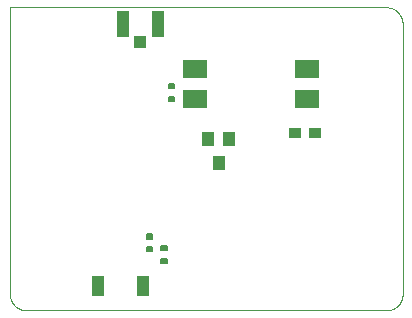
<source format=gbp>
G75*
%MOIN*%
%OFA0B0*%
%FSLAX25Y25*%
%IPPOS*%
%LPD*%
%AMOC8*
5,1,8,0,0,1.08239X$1,22.5*
%
%ADD10C,0.00100*%
%ADD11R,0.07874X0.06299*%
%ADD12R,0.04000X0.03800*%
%ADD13C,0.00591*%
%ADD14R,0.04000X0.04500*%
%ADD15C,0.00661*%
%ADD16R,0.04134X0.08661*%
%ADD17R,0.03937X0.04134*%
%ADD18R,0.03937X0.06693*%
D10*
X0090095Y0095933D02*
X0210345Y0095933D01*
X0210490Y0095939D01*
X0210636Y0095948D01*
X0210781Y0095961D01*
X0210925Y0095978D01*
X0211069Y0096000D01*
X0211213Y0096024D01*
X0211356Y0096053D01*
X0211497Y0096086D01*
X0211638Y0096122D01*
X0211778Y0096163D01*
X0211917Y0096207D01*
X0212055Y0096255D01*
X0212191Y0096306D01*
X0212325Y0096361D01*
X0212459Y0096420D01*
X0212590Y0096483D01*
X0212720Y0096549D01*
X0212848Y0096618D01*
X0212974Y0096691D01*
X0213098Y0096767D01*
X0213220Y0096847D01*
X0213340Y0096930D01*
X0213457Y0097016D01*
X0213572Y0097105D01*
X0213685Y0097197D01*
X0213795Y0097293D01*
X0213902Y0097391D01*
X0214007Y0097492D01*
X0214109Y0097596D01*
X0214208Y0097703D01*
X0214304Y0097812D01*
X0214397Y0097924D01*
X0214487Y0098038D01*
X0214574Y0098155D01*
X0214658Y0098274D01*
X0214739Y0098395D01*
X0214816Y0098519D01*
X0214890Y0098644D01*
X0214960Y0098772D01*
X0215027Y0098901D01*
X0215090Y0099032D01*
X0215150Y0099165D01*
X0215207Y0099299D01*
X0215259Y0099435D01*
X0215308Y0099572D01*
X0215353Y0099710D01*
X0215394Y0099850D01*
X0215432Y0099991D01*
X0215466Y0100132D01*
X0215496Y0100275D01*
X0215522Y0100418D01*
X0215544Y0100562D01*
X0215562Y0100706D01*
X0215577Y0100851D01*
X0215587Y0100996D01*
X0215593Y0101142D01*
X0215596Y0101287D01*
X0215595Y0101433D01*
X0215595Y0191433D01*
X0215596Y0191434D02*
X0215592Y0191582D01*
X0215584Y0191729D01*
X0215573Y0191877D01*
X0215557Y0192024D01*
X0215538Y0192171D01*
X0215515Y0192318D01*
X0215488Y0192463D01*
X0215457Y0192608D01*
X0215422Y0192752D01*
X0215383Y0192895D01*
X0215341Y0193037D01*
X0215295Y0193177D01*
X0215245Y0193317D01*
X0215191Y0193455D01*
X0215134Y0193591D01*
X0215073Y0193726D01*
X0215008Y0193860D01*
X0214940Y0193991D01*
X0214869Y0194121D01*
X0214794Y0194249D01*
X0214715Y0194375D01*
X0214634Y0194498D01*
X0214549Y0194619D01*
X0214461Y0194739D01*
X0214370Y0194855D01*
X0214275Y0194969D01*
X0214178Y0195081D01*
X0214078Y0195190D01*
X0213975Y0195296D01*
X0213869Y0195400D01*
X0213760Y0195501D01*
X0213649Y0195598D01*
X0213535Y0195693D01*
X0213419Y0195785D01*
X0213300Y0195873D01*
X0213179Y0195959D01*
X0213056Y0196041D01*
X0212931Y0196120D01*
X0212803Y0196195D01*
X0212674Y0196267D01*
X0212542Y0196336D01*
X0212409Y0196401D01*
X0212275Y0196462D01*
X0212138Y0196520D01*
X0212000Y0196574D01*
X0211861Y0196625D01*
X0211721Y0196672D01*
X0211579Y0196715D01*
X0211436Y0196754D01*
X0211292Y0196790D01*
X0211148Y0196821D01*
X0211002Y0196849D01*
X0210856Y0196873D01*
X0210709Y0196893D01*
X0210562Y0196909D01*
X0210415Y0196921D01*
X0210267Y0196929D01*
X0210119Y0196933D01*
X0209970Y0196934D01*
X0209970Y0196933D02*
X0084720Y0196933D01*
X0084720Y0101183D01*
X0084724Y0101040D01*
X0084732Y0100896D01*
X0084743Y0100753D01*
X0084758Y0100609D01*
X0084777Y0100467D01*
X0084800Y0100325D01*
X0084827Y0100183D01*
X0084858Y0100043D01*
X0084892Y0099903D01*
X0084931Y0099764D01*
X0084973Y0099627D01*
X0085018Y0099490D01*
X0085068Y0099355D01*
X0085121Y0099222D01*
X0085177Y0099089D01*
X0085238Y0098959D01*
X0085301Y0098830D01*
X0085369Y0098702D01*
X0085439Y0098577D01*
X0085513Y0098453D01*
X0085590Y0098332D01*
X0085671Y0098213D01*
X0085755Y0098096D01*
X0085841Y0097981D01*
X0085931Y0097869D01*
X0086024Y0097759D01*
X0086120Y0097652D01*
X0086219Y0097547D01*
X0086321Y0097445D01*
X0086425Y0097346D01*
X0086532Y0097250D01*
X0086641Y0097156D01*
X0086753Y0097066D01*
X0086868Y0096979D01*
X0086984Y0096895D01*
X0087103Y0096814D01*
X0087224Y0096736D01*
X0087348Y0096662D01*
X0087473Y0096591D01*
X0087600Y0096523D01*
X0087729Y0096459D01*
X0087859Y0096398D01*
X0087991Y0096341D01*
X0088125Y0096288D01*
X0088260Y0096238D01*
X0088396Y0096192D01*
X0088533Y0096149D01*
X0088672Y0096110D01*
X0088812Y0096075D01*
X0088952Y0096044D01*
X0089093Y0096017D01*
X0089235Y0095993D01*
X0089378Y0095974D01*
X0089521Y0095958D01*
X0089664Y0095946D01*
X0089808Y0095938D01*
X0089952Y0095934D01*
X0090096Y0095933D01*
D11*
X0146316Y0166433D03*
X0146316Y0176433D03*
X0183875Y0176433D03*
X0183875Y0166433D03*
D12*
X0186442Y0154933D03*
X0179749Y0154933D03*
D13*
X0137709Y0165579D02*
X0137709Y0166957D01*
X0139481Y0166957D01*
X0139481Y0165579D01*
X0137709Y0165579D01*
X0137709Y0166169D02*
X0139481Y0166169D01*
X0139481Y0166759D02*
X0137709Y0166759D01*
X0137709Y0169909D02*
X0137709Y0171287D01*
X0139481Y0171287D01*
X0139481Y0169909D01*
X0137709Y0169909D01*
X0137709Y0170499D02*
X0139481Y0170499D01*
X0139481Y0171089D02*
X0137709Y0171089D01*
X0135209Y0117287D02*
X0135209Y0115909D01*
X0135209Y0117287D02*
X0136981Y0117287D01*
X0136981Y0115909D01*
X0135209Y0115909D01*
X0135209Y0116499D02*
X0136981Y0116499D01*
X0136981Y0117089D02*
X0135209Y0117089D01*
X0135209Y0112957D02*
X0135209Y0111579D01*
X0135209Y0112957D02*
X0136981Y0112957D01*
X0136981Y0111579D01*
X0135209Y0111579D01*
X0135209Y0112169D02*
X0136981Y0112169D01*
X0136981Y0112759D02*
X0135209Y0112759D01*
D14*
X0154345Y0144933D03*
X0150845Y0152933D03*
X0157845Y0152933D03*
D15*
X0131946Y0121270D02*
X0131946Y0119726D01*
X0130244Y0119726D01*
X0130244Y0121270D01*
X0131946Y0121270D01*
X0131946Y0120386D02*
X0130244Y0120386D01*
X0130244Y0121046D02*
X0131946Y0121046D01*
X0131946Y0117155D02*
X0131946Y0115611D01*
X0130244Y0115611D01*
X0130244Y0117155D01*
X0131946Y0117155D01*
X0131946Y0116271D02*
X0130244Y0116271D01*
X0130244Y0116931D02*
X0131946Y0116931D01*
D16*
X0133902Y0191433D03*
X0122288Y0191433D03*
D17*
X0128095Y0185429D03*
D18*
X0129075Y0103933D03*
X0114115Y0103933D03*
M02*

</source>
